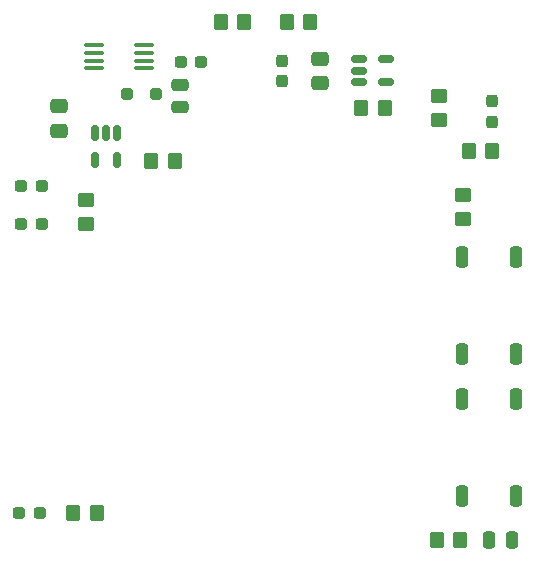
<source format=gbr>
%TF.GenerationSoftware,KiCad,Pcbnew,7.0.5*%
%TF.CreationDate,2023-08-05T14:06:43+09:00*%
%TF.ProjectId,templogger,74656d70-6c6f-4676-9765-722e6b696361,rev?*%
%TF.SameCoordinates,Original*%
%TF.FileFunction,Paste,Top*%
%TF.FilePolarity,Positive*%
%FSLAX46Y46*%
G04 Gerber Fmt 4.6, Leading zero omitted, Abs format (unit mm)*
G04 Created by KiCad (PCBNEW 7.0.5) date 2023-08-05 14:06:43*
%MOMM*%
%LPD*%
G01*
G04 APERTURE LIST*
G04 Aperture macros list*
%AMRoundRect*
0 Rectangle with rounded corners*
0 $1 Rounding radius*
0 $2 $3 $4 $5 $6 $7 $8 $9 X,Y pos of 4 corners*
0 Add a 4 corners polygon primitive as box body*
4,1,4,$2,$3,$4,$5,$6,$7,$8,$9,$2,$3,0*
0 Add four circle primitives for the rounded corners*
1,1,$1+$1,$2,$3*
1,1,$1+$1,$4,$5*
1,1,$1+$1,$6,$7*
1,1,$1+$1,$8,$9*
0 Add four rect primitives between the rounded corners*
20,1,$1+$1,$2,$3,$4,$5,0*
20,1,$1+$1,$4,$5,$6,$7,0*
20,1,$1+$1,$6,$7,$8,$9,0*
20,1,$1+$1,$8,$9,$2,$3,0*%
G04 Aperture macros list end*
%ADD10RoundRect,0.250000X0.350000X0.450000X-0.350000X0.450000X-0.350000X-0.450000X0.350000X-0.450000X0*%
%ADD11RoundRect,0.250000X0.475000X-0.337500X0.475000X0.337500X-0.475000X0.337500X-0.475000X-0.337500X0*%
%ADD12RoundRect,0.250000X-0.450000X0.350000X-0.450000X-0.350000X0.450000X-0.350000X0.450000X0.350000X0*%
%ADD13RoundRect,0.237500X-0.237500X0.287500X-0.237500X-0.287500X0.237500X-0.287500X0.237500X0.287500X0*%
%ADD14RoundRect,0.250000X-0.350000X-0.450000X0.350000X-0.450000X0.350000X0.450000X-0.350000X0.450000X0*%
%ADD15RoundRect,0.250000X-0.250000X0.650000X-0.250000X-0.650000X0.250000X-0.650000X0.250000X0.650000X0*%
%ADD16RoundRect,0.237500X-0.237500X0.300000X-0.237500X-0.300000X0.237500X-0.300000X0.237500X0.300000X0*%
%ADD17RoundRect,0.150000X-0.150000X0.512500X-0.150000X-0.512500X0.150000X-0.512500X0.150000X0.512500X0*%
%ADD18RoundRect,0.237500X-0.287500X-0.237500X0.287500X-0.237500X0.287500X0.237500X-0.287500X0.237500X0*%
%ADD19RoundRect,0.100000X0.712500X0.100000X-0.712500X0.100000X-0.712500X-0.100000X0.712500X-0.100000X0*%
%ADD20RoundRect,0.250000X-0.250000X-0.475000X0.250000X-0.475000X0.250000X0.475000X-0.250000X0.475000X0*%
%ADD21RoundRect,0.250000X0.250000X0.250000X-0.250000X0.250000X-0.250000X-0.250000X0.250000X-0.250000X0*%
%ADD22RoundRect,0.250000X-0.475000X0.337500X-0.475000X-0.337500X0.475000X-0.337500X0.475000X0.337500X0*%
%ADD23RoundRect,0.237500X0.287500X0.237500X-0.287500X0.237500X-0.287500X-0.237500X0.287500X-0.237500X0*%
%ADD24RoundRect,0.250000X-0.475000X0.250000X-0.475000X-0.250000X0.475000X-0.250000X0.475000X0.250000X0*%
%ADD25RoundRect,0.150000X-0.512500X-0.150000X0.512500X-0.150000X0.512500X0.150000X-0.512500X0.150000X0*%
G04 APERTURE END LIST*
D10*
%TO.C,R117*%
X110000000Y-57400000D03*
X108000000Y-57400000D03*
%TD*%
D11*
%TO.C,C101*%
X94300000Y-66637500D03*
X94300000Y-64562500D03*
%TD*%
D12*
%TO.C,R104*%
X126500000Y-63700000D03*
X126500000Y-65700000D03*
%TD*%
D13*
%TO.C,D103*%
X131000000Y-64125000D03*
X131000000Y-65875000D03*
%TD*%
D10*
%TO.C,R107*%
X97500000Y-99000000D03*
X95500000Y-99000000D03*
%TD*%
D14*
%TO.C,R110*%
X129000000Y-68400000D03*
X131000000Y-68400000D03*
%TD*%
D15*
%TO.C,SW103*%
X128475000Y-77350000D03*
X128475000Y-85550000D03*
X132975000Y-77350000D03*
X132975000Y-85550000D03*
%TD*%
D16*
%TO.C,C103*%
X113200000Y-60737500D03*
X113200000Y-62462500D03*
%TD*%
D14*
%TO.C,R109*%
X126300000Y-101300000D03*
X128300000Y-101300000D03*
%TD*%
D12*
%TO.C,R115*%
X96600000Y-72500000D03*
X96600000Y-74500000D03*
%TD*%
D17*
%TO.C,U101*%
X99250000Y-66862500D03*
X98300000Y-66862500D03*
X97350000Y-66862500D03*
X97350000Y-69137500D03*
X99250000Y-69137500D03*
%TD*%
D18*
%TO.C,D102*%
X91125000Y-71300000D03*
X92875000Y-71300000D03*
%TD*%
%TO.C,D101*%
X90925000Y-99000000D03*
X92675000Y-99000000D03*
%TD*%
D19*
%TO.C,Q102*%
X101512500Y-61375000D03*
X101512500Y-60725000D03*
X101512500Y-60075000D03*
X101512500Y-59425000D03*
X97287500Y-59425000D03*
X97287500Y-60075000D03*
X97287500Y-60725000D03*
X97287500Y-61375000D03*
%TD*%
D12*
%TO.C,R103*%
X128500000Y-72100000D03*
X128500000Y-74100000D03*
%TD*%
D20*
%TO.C,C108*%
X130750000Y-101300000D03*
X132650000Y-101300000D03*
%TD*%
D18*
%TO.C,FB101*%
X104625000Y-60800000D03*
X106375000Y-60800000D03*
%TD*%
D21*
%TO.C,D105*%
X102550000Y-63500000D03*
X100050000Y-63500000D03*
%TD*%
D22*
%TO.C,C104*%
X116400000Y-60562500D03*
X116400000Y-62637500D03*
%TD*%
D10*
%TO.C,R106*%
X121900000Y-64700000D03*
X119900000Y-64700000D03*
%TD*%
D23*
%TO.C,D104*%
X92875000Y-74500000D03*
X91125000Y-74500000D03*
%TD*%
D24*
%TO.C,C102*%
X104600000Y-62750000D03*
X104600000Y-64650000D03*
%TD*%
D14*
%TO.C,R112*%
X102100000Y-69200000D03*
X104100000Y-69200000D03*
%TD*%
D15*
%TO.C,SW104*%
X128475000Y-89350000D03*
X128475000Y-97550000D03*
X132975000Y-89350000D03*
X132975000Y-97550000D03*
%TD*%
D25*
%TO.C,U104*%
X119725000Y-60600000D03*
X119725000Y-61550000D03*
X119725000Y-62500000D03*
X122000000Y-62500000D03*
X122000000Y-60600000D03*
%TD*%
D10*
%TO.C,R108*%
X115600000Y-57400000D03*
X113600000Y-57400000D03*
%TD*%
M02*

</source>
